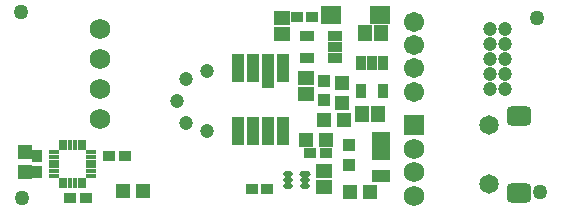
<source format=gbs>
%FSLAX25Y25*%
%MOIN*%
G70*
G01*
G75*
G04 Layer_Color=16711935*
%ADD10R,0.02756X0.03543*%
%ADD11C,0.04000*%
%ADD12R,0.20276X0.20276*%
%ADD13O,0.02756X0.00787*%
%ADD14O,0.00787X0.02756*%
%ADD15R,0.02953X0.05512*%
%ADD16R,0.02008X0.01575*%
%ADD17R,0.05906X0.05118*%
%ADD18R,0.03543X0.02756*%
%ADD19R,0.03937X0.04331*%
%ADD20R,0.05118X0.05079*%
%ADD21R,0.05512X0.05079*%
%ADD22R,0.06614X0.03150*%
%ADD23R,0.05906X0.06693*%
%ADD24R,0.06693X0.05906*%
%ADD25R,0.05709X0.06299*%
%ADD26R,0.07480X0.03937*%
%ADD27R,0.05315X0.01575*%
%ADD28C,0.00800*%
%ADD29C,0.05906*%
%ADD30C,0.03937*%
%ADD31C,0.06000*%
%ADD32C,0.05709*%
G04:AMPARAMS|DCode=33|XSize=59.06mil|YSize=74.8mil|CornerRadius=14.76mil|HoleSize=0mil|Usage=FLASHONLY|Rotation=90.000|XOffset=0mil|YOffset=0mil|HoleType=Round|Shape=RoundedRectangle|*
%AMROUNDEDRECTD33*
21,1,0.05906,0.04528,0,0,90.0*
21,1,0.02953,0.07480,0,0,90.0*
1,1,0.02953,0.02264,0.01476*
1,1,0.02953,0.02264,-0.01476*
1,1,0.02953,-0.02264,-0.01476*
1,1,0.02953,-0.02264,0.01476*
%
%ADD33ROUNDEDRECTD33*%
%ADD34R,0.06000X0.06000*%
%ADD35C,0.02400*%
%ADD36C,0.04000*%
%ADD37C,0.07543*%
G04:AMPARAMS|DCode=38|XSize=79.685mil|YSize=79.685mil|CornerRadius=0mil|HoleSize=0mil|Usage=FLASHONLY|Rotation=0.000|XOffset=0mil|YOffset=0mil|HoleType=Round|Shape=Relief|Width=10mil|Gap=10mil|Entries=4|*
%AMTHD38*
7,0,0,0.07969,0.05969,0.01000,45*
%
%ADD38THD38*%
%ADD39C,0.05969*%
G04:AMPARAMS|DCode=40|XSize=90mil|YSize=90mil|CornerRadius=0mil|HoleSize=0mil|Usage=FLASHONLY|Rotation=0.000|XOffset=0mil|YOffset=0mil|HoleType=Round|Shape=Relief|Width=10mil|Gap=10mil|Entries=4|*
%AMTHD40*
7,0,0,0.09000,0.07000,0.01000,45*
%
%ADD40THD40*%
%ADD41C,0.07000*%
%ADD42C,0.06559*%
G04:AMPARAMS|DCode=43|XSize=95.433mil|YSize=95.433mil|CornerRadius=0mil|HoleSize=0mil|Usage=FLASHONLY|Rotation=0.000|XOffset=0mil|YOffset=0mil|HoleType=Round|Shape=Relief|Width=10mil|Gap=10mil|Entries=4|*
%AMTHD43*
7,0,0,0.09543,0.07543,0.01000,45*
%
%ADD43THD43*%
%ADD44C,0.07347*%
%ADD45O,0.09118X0.05969*%
%ADD46C,0.05200*%
G04:AMPARAMS|DCode=47|XSize=72mil|YSize=72mil|CornerRadius=0mil|HoleSize=0mil|Usage=FLASHONLY|Rotation=0.000|XOffset=0mil|YOffset=0mil|HoleType=Round|Shape=Relief|Width=10mil|Gap=10mil|Entries=4|*
%AMTHD47*
7,0,0,0.07200,0.05200,0.01000,45*
%
%ADD47THD47*%
%ADD48R,0.05000X0.04000*%
%ADD49R,0.04331X0.02559*%
%ADD50R,0.05906X0.05512*%
%ADD51R,0.04000X0.05000*%
%ADD52R,0.05512X0.03543*%
%ADD53R,0.05512X0.08661*%
%ADD54R,0.02559X0.04331*%
%ADD55R,0.04331X0.03937*%
G04:AMPARAMS|DCode=56|XSize=9.84mil|YSize=23.62mil|CornerRadius=2.46mil|HoleSize=0mil|Usage=FLASHONLY|Rotation=90.000|XOffset=0mil|YOffset=0mil|HoleType=Round|Shape=RoundedRectangle|*
%AMROUNDEDRECTD56*
21,1,0.00984,0.01870,0,0,90.0*
21,1,0.00492,0.02362,0,0,90.0*
1,1,0.00492,0.00935,0.00246*
1,1,0.00492,0.00935,-0.00246*
1,1,0.00492,-0.00935,-0.00246*
1,1,0.00492,-0.00935,0.00246*
%
%ADD56ROUNDEDRECTD56*%
G04:AMPARAMS|DCode=57|XSize=9.84mil|YSize=29.53mil|CornerRadius=2.46mil|HoleSize=0mil|Usage=FLASHONLY|Rotation=90.000|XOffset=0mil|YOffset=0mil|HoleType=Round|Shape=RoundedRectangle|*
%AMROUNDEDRECTD57*
21,1,0.00984,0.02461,0,0,90.0*
21,1,0.00492,0.02953,0,0,90.0*
1,1,0.00492,0.01230,0.00246*
1,1,0.00492,0.01230,-0.00246*
1,1,0.00492,-0.01230,-0.00246*
1,1,0.00492,-0.01230,0.00246*
%
%ADD57ROUNDEDRECTD57*%
%ADD58R,0.00787X0.02559*%
%ADD59R,0.02559X0.00787*%
%ADD60R,0.03150X0.03150*%
%ADD61R,0.03543X0.08858*%
%ADD62R,0.03543X0.11024*%
%ADD63C,0.01000*%
%ADD64C,0.02000*%
%ADD65C,0.01500*%
%ADD66C,0.00984*%
%ADD67C,0.00787*%
%ADD68C,0.00394*%
%ADD69R,0.03556X0.04343*%
%ADD70C,0.05000*%
%ADD71R,0.21076X0.21076*%
%ADD72O,0.03556X0.01587*%
%ADD73O,0.01587X0.03556*%
%ADD74R,0.03753X0.06312*%
%ADD75R,0.02808X0.02375*%
%ADD76R,0.06706X0.05918*%
%ADD77R,0.04343X0.03556*%
%ADD78R,0.04737X0.05131*%
%ADD79R,0.05918X0.05879*%
%ADD80R,0.06312X0.05879*%
%ADD81R,0.07414X0.03950*%
%ADD82R,0.06706X0.07493*%
%ADD83R,0.07493X0.06706*%
%ADD84R,0.06509X0.07099*%
%ADD85R,0.08280X0.04737*%
%ADD86R,0.06115X0.02375*%
%ADD87C,0.06706*%
%ADD88C,0.04737*%
%ADD89C,0.06800*%
%ADD90C,0.06509*%
G04:AMPARAMS|DCode=91|XSize=67.06mil|YSize=82.8mil|CornerRadius=18.76mil|HoleSize=0mil|Usage=FLASHONLY|Rotation=90.000|XOffset=0mil|YOffset=0mil|HoleType=Round|Shape=RoundedRectangle|*
%AMROUNDEDRECTD91*
21,1,0.06706,0.04528,0,0,90.0*
21,1,0.02953,0.08280,0,0,90.0*
1,1,0.03753,0.02264,0.01476*
1,1,0.03753,0.02264,-0.01476*
1,1,0.03753,-0.02264,-0.01476*
1,1,0.03753,-0.02264,0.01476*
%
%ADD91ROUNDEDRECTD91*%
%ADD92R,0.06800X0.06800*%
%ADD93C,0.03200*%
%ADD94R,0.05800X0.04800*%
%ADD95R,0.05131X0.03359*%
%ADD96R,0.06706X0.06312*%
%ADD97R,0.04800X0.05800*%
%ADD98R,0.06312X0.04343*%
%ADD99R,0.06312X0.09461*%
%ADD100R,0.03359X0.05131*%
%ADD101R,0.05131X0.04737*%
G04:AMPARAMS|DCode=102|XSize=17.84mil|YSize=31.62mil|CornerRadius=6.46mil|HoleSize=0mil|Usage=FLASHONLY|Rotation=90.000|XOffset=0mil|YOffset=0mil|HoleType=Round|Shape=RoundedRectangle|*
%AMROUNDEDRECTD102*
21,1,0.01784,0.01870,0,0,90.0*
21,1,0.00492,0.03162,0,0,90.0*
1,1,0.01292,0.00935,0.00246*
1,1,0.01292,0.00935,-0.00246*
1,1,0.01292,-0.00935,-0.00246*
1,1,0.01292,-0.00935,0.00246*
%
%ADD102ROUNDEDRECTD102*%
G04:AMPARAMS|DCode=103|XSize=17.84mil|YSize=37.53mil|CornerRadius=6.46mil|HoleSize=0mil|Usage=FLASHONLY|Rotation=90.000|XOffset=0mil|YOffset=0mil|HoleType=Round|Shape=RoundedRectangle|*
%AMROUNDEDRECTD103*
21,1,0.01784,0.02461,0,0,90.0*
21,1,0.00492,0.03753,0,0,90.0*
1,1,0.01292,0.01230,0.00246*
1,1,0.01292,0.01230,-0.00246*
1,1,0.01292,-0.01230,-0.00246*
1,1,0.01292,-0.01230,0.00246*
%
%ADD103ROUNDEDRECTD103*%
%ADD104R,0.01587X0.03359*%
%ADD105R,0.03359X0.01587*%
%ADD106R,0.03950X0.03950*%
%ADD107R,0.04343X0.09658*%
%ADD108R,0.04343X0.11824*%
D69*
X8500Y13941D02*
D03*
Y19059D02*
D03*
D70*
X176000Y7000D02*
D03*
X175000Y65000D02*
D03*
X3500Y5000D02*
D03*
X3000Y67000D02*
D03*
D77*
X94941Y65500D02*
D03*
X100059D02*
D03*
X104559Y20000D02*
D03*
X99441D02*
D03*
X32441Y19000D02*
D03*
X37559D02*
D03*
X24659Y5000D02*
D03*
X19541D02*
D03*
X85059Y8000D02*
D03*
X79941D02*
D03*
D78*
X110000Y43347D02*
D03*
Y36654D02*
D03*
X4500Y20346D02*
D03*
Y13654D02*
D03*
D87*
X134000Y40563D02*
D03*
Y48374D02*
D03*
Y63937D02*
D03*
Y56126D02*
D03*
D88*
X65000Y27500D02*
D03*
X55000Y37500D02*
D03*
X65000Y47500D02*
D03*
X57913Y30256D02*
D03*
Y44823D02*
D03*
X164500Y41500D02*
D03*
Y46500D02*
D03*
Y51500D02*
D03*
Y56500D02*
D03*
Y61500D02*
D03*
X159500D02*
D03*
Y56500D02*
D03*
Y51500D02*
D03*
Y46500D02*
D03*
Y41500D02*
D03*
D89*
X29500Y31500D02*
D03*
Y41500D02*
D03*
Y51500D02*
D03*
Y61500D02*
D03*
X134000Y21626D02*
D03*
Y13752D02*
D03*
Y5878D02*
D03*
D90*
X158882Y9657D02*
D03*
X158882Y29343D02*
D03*
D91*
X169118Y32492D02*
D03*
Y6902D02*
D03*
D92*
X134000Y29500D02*
D03*
D94*
X90000Y65150D02*
D03*
Y59850D02*
D03*
X98000Y39850D02*
D03*
Y45150D02*
D03*
X104000Y8850D02*
D03*
Y14150D02*
D03*
D95*
X107724Y59240D02*
D03*
Y55500D02*
D03*
Y51760D02*
D03*
X98276D02*
D03*
Y59240D02*
D03*
D96*
X122768Y66000D02*
D03*
X106232D02*
D03*
D97*
X116850Y33000D02*
D03*
X122150D02*
D03*
X117850Y60000D02*
D03*
X123150D02*
D03*
D98*
X123000Y12504D02*
D03*
D99*
Y22543D02*
D03*
D100*
X116260Y50225D02*
D03*
X120000D02*
D03*
X123740D02*
D03*
Y40776D02*
D03*
X116260D02*
D03*
D101*
X37154Y7500D02*
D03*
X43846D02*
D03*
X110846Y31000D02*
D03*
X104154D02*
D03*
X98154Y24500D02*
D03*
X104847D02*
D03*
X119346Y7000D02*
D03*
X112654D02*
D03*
D102*
X92165Y12968D02*
D03*
Y11000D02*
D03*
Y9031D02*
D03*
X97835D02*
D03*
Y11000D02*
D03*
D103*
X97638Y12968D02*
D03*
D104*
X24165Y22701D02*
D03*
X22591D02*
D03*
X21016D02*
D03*
X19441D02*
D03*
X17866D02*
D03*
X16291D02*
D03*
Y10299D02*
D03*
X17866D02*
D03*
X19441D02*
D03*
X21016D02*
D03*
X22591D02*
D03*
X24165D02*
D03*
D105*
X14028Y20437D02*
D03*
Y18862D02*
D03*
Y17288D02*
D03*
Y15713D02*
D03*
Y14138D02*
D03*
Y12563D02*
D03*
X26429D02*
D03*
Y14138D02*
D03*
Y15713D02*
D03*
Y17288D02*
D03*
Y18862D02*
D03*
Y20437D02*
D03*
D106*
X112500Y22748D02*
D03*
Y16252D02*
D03*
X104000Y44248D02*
D03*
Y37752D02*
D03*
D107*
X75500Y48500D02*
D03*
X80421D02*
D03*
X90461D02*
D03*
X75500Y27437D02*
D03*
X80421D02*
D03*
X85539D02*
D03*
X90461D02*
D03*
D108*
X85539Y47417D02*
D03*
M02*

</source>
